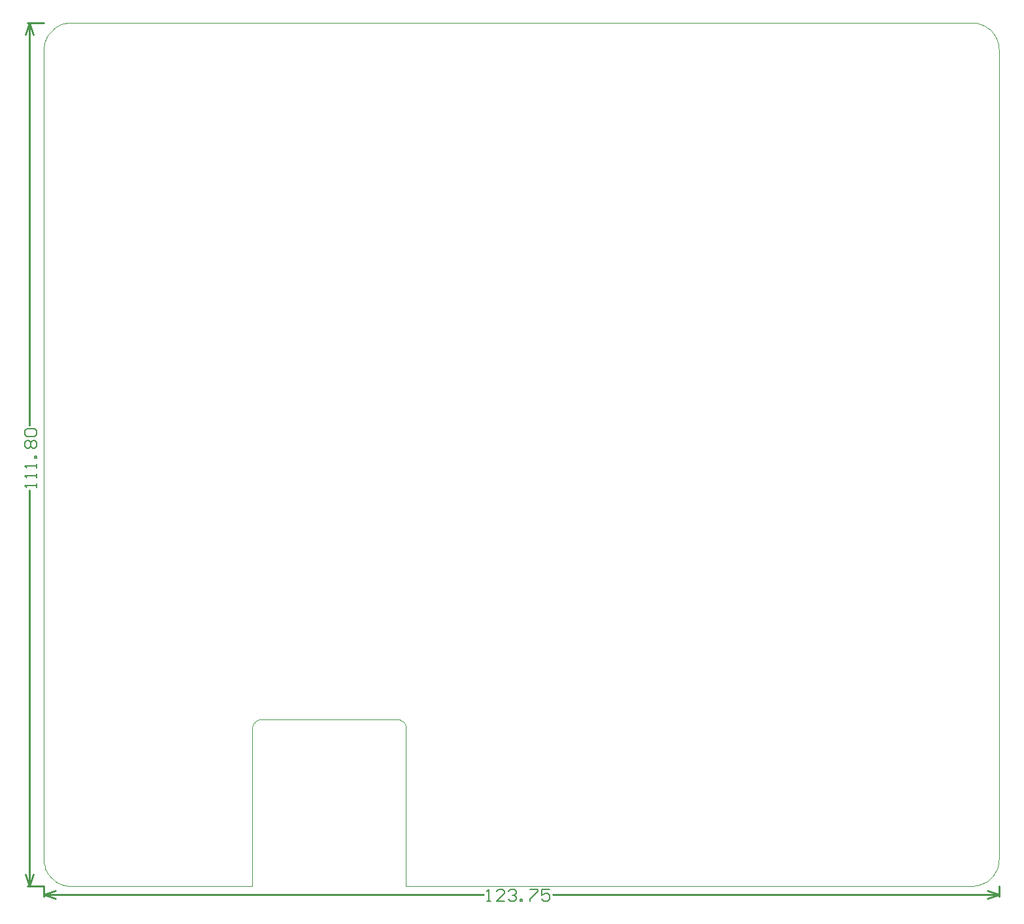
<source format=gbr>
%FSTAX23Y23*%
%MOIN*%
%SFA1B1*%

%IPPOS*%
%ADD92C,0.010000*%
%ADD95C,0.003937*%
%ADD131C,0.006000*%
%LNhardwarecontrollerpcb_mechanical_1-1*%
%LPD*%
G54D92*
X-00092Y0006D02*
X-00072Y0D01*
X-00052Y0006*
X-00072Y04401D02*
X-00052Y04341D01*
X-00092D02*
X-00072Y04401D01*
Y0D02*
Y02018D01*
Y0235D02*
Y04401D01*
X-00082Y0D02*
X0D01*
X-00082Y04401D02*
X0D01*
Y-00043D02*
X0006Y-00023D01*
X0Y-00043D02*
X0006Y-00063D01*
X04812D02*
X04872Y-00043D01*
X04812Y-00023D02*
X04872Y-00043D01*
X0D02*
X02244D01*
X02595D02*
X04872D01*
X0Y-00053D02*
Y0D01*
X04872Y-00053D02*
Y-00001D01*
G54D95*
X01848Y00803D02*
D01*
X01848Y00806*
X01847Y00809*
X01847Y00812*
X01846Y00816*
X01845Y00819*
X01844Y00822*
X01842Y00825*
X01841Y00828*
X01839Y0083*
X01837Y00833*
X01835Y00835*
X01832Y00838*
X0183Y0084*
X01827Y00842*
X01824Y00844*
X01821Y00845*
X01818Y00846*
X01815Y00848*
X01812Y00848*
X01809Y00849*
X01806Y0085*
X01802Y0085*
X01801Y0085*
X04872Y04265D02*
D01*
X04871Y04275*
X0487Y04284*
X04869Y04294*
X04866Y04303*
X04863Y04312*
X0486Y04321*
X04855Y0433*
X04851Y04338*
X04845Y04346*
X04839Y04354*
X04833Y04361*
X04826Y04368*
X04819Y04374*
X04811Y04379*
X04803Y04385*
X04794Y04389*
X04785Y04393*
X04776Y04396*
X04767Y04399*
X04758Y04401*
X04748Y04402*
X04739Y04403*
X04734Y04403*
Y0D02*
D01*
X04743Y0*
X04753Y00001*
X04762Y00003*
X04772Y00005*
X04781Y00008*
X0479Y00011*
X04798Y00016*
X04807Y0002*
X04815Y00026*
X04822Y00032*
X04829Y00038*
X04836Y00045*
X04842Y00052*
X04848Y0006*
X04853Y00068*
X04858Y00077*
X04862Y00086*
X04865Y00095*
X04867Y00104*
X04869Y00113*
X04871Y00123*
X04871Y00132*
X04872Y00137*
X00137Y04403D02*
D01*
X00128Y04403*
X00118Y04402*
X00109Y044*
X00099Y04398*
X0009Y04395*
X00081Y04391*
X00073Y04387*
X00064Y04382*
X00056Y04377*
X00049Y04371*
X00042Y04364*
X00035Y04357*
X00029Y0435*
X00023Y04342*
X00018Y04334*
X00013Y04326*
X0001Y04317*
X00006Y04308*
X00004Y04299*
X00002Y04289*
X0Y0428*
X0Y0427*
X0Y04265*
Y00137D02*
D01*
X0Y00128*
X00001Y00118*
X00003Y00109*
X00005Y00099*
X00008Y0009*
X00011Y00081*
X00016Y00073*
X0002Y00064*
X00026Y00056*
X00032Y00049*
X00038Y00042*
X00045Y00035*
X00052Y00029*
X0006Y00023*
X00068Y00018*
X00077Y00013*
X00086Y0001*
X00095Y00006*
X00104Y00004*
X00113Y00002*
X00123Y0*
X00132Y0*
X00137Y0*
X0111Y0085D02*
D01*
X01106Y0085*
X01103Y00849*
X011Y00849*
X01097Y00848*
X01094Y00847*
X01091Y00846*
X01088Y00844*
X01085Y00843*
X01082Y00841*
X01079Y00839*
X01077Y00837*
X01075Y00834*
X01073Y00832*
X01071Y00829*
X01069Y00826*
X01067Y00823*
X01066Y0082*
X01065Y00817*
X01064Y00814*
X01063Y00811*
X01063Y00808*
X01063Y00804*
X01062Y00803*
X04872Y04266D02*
X04872Y00137D01*
X0Y04265D02*
X0Y00137D01*
X00137Y0D02*
X01062D01*
X00137Y04403D02*
X04734D01*
X01848Y0D02*
X04734D01*
X01062D02*
Y00803D01*
X01848Y0D02*
Y00803D01*
X0111Y0085D02*
X01801D01*
G54D131*
X-00036Y02034D02*
Y02054D01*
Y02044*
X-00096*
X-00086Y02034*
X-00036Y02084D02*
Y02104D01*
Y02094*
X-00096*
X-00086Y02084*
X-00036Y02134D02*
Y02154D01*
Y02144*
X-00096*
X-00086Y02134*
X-00036Y02184D02*
X-00046D01*
Y02194*
X-00036*
Y02184*
X-00086Y02234D02*
X-00096Y02244D01*
Y02264*
X-00086Y02274*
X-00076*
X-00066Y02264*
X-00056Y02274*
X-00046*
X-00036Y02264*
Y02244*
X-00046Y02234*
X-00056*
X-00066Y02244*
X-00076Y02234*
X-00086*
X-00066Y02244D02*
Y02264D01*
X-00086Y02294D02*
X-00096Y02304D01*
Y02324*
X-00086Y02334*
X-00046*
X-00036Y02324*
Y02304*
X-00046Y02294*
X-00086*
X0226Y-00079D02*
X0228D01*
X0227*
Y-00019*
X0226Y-00029*
X0235Y-00079D02*
X0231D01*
X0235Y-00039*
Y-00029*
X0234Y-00019*
X0232*
X0231Y-00029*
X0237D02*
X0238Y-00019D01*
X024*
X0241Y-00029*
Y-00039*
X024Y-00049*
X0239*
X024*
X0241Y-00059*
Y-00069*
X024Y-00079*
X0238*
X0237Y-00069*
X0243Y-00079D02*
Y-00069D01*
X0244*
Y-00079*
X0243*
X0248Y-00019D02*
X02519D01*
Y-00029*
X0248Y-00069*
Y-00079*
X02579Y-00019D02*
X02539D01*
Y-00049*
X02559Y-00039*
X02569*
X02579Y-00049*
Y-00069*
X02569Y-00079*
X02549*
X02539Y-00069*
M02*
</source>
